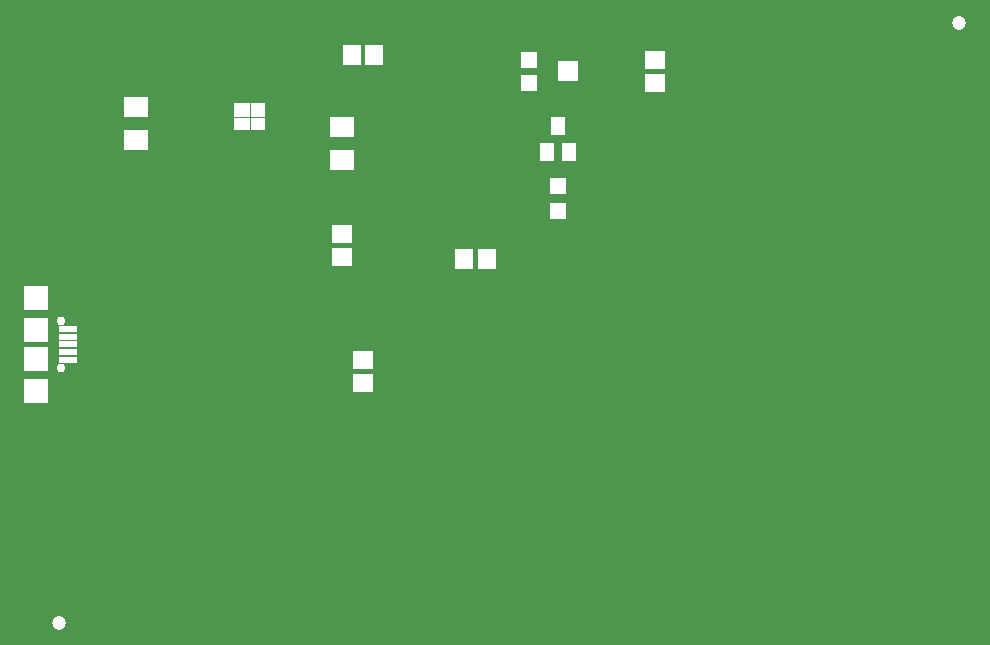
<source format=gts>
G04 EAGLE Gerber RS-274X export*
G75*
%MOMM*%
%FSLAX34Y34*%
%LPD*%
%INSoldermask Top*%
%IPNEG*%
%AMOC8*
5,1,8,0,0,1.08239X$1,22.5*%
G01*
%ADD10C,1.203200*%
%ADD11R,1.153200X1.053200*%
%ADD12R,1.353200X1.053200*%
%ADD13R,1.353200X1.173200*%
%ADD14R,1.153200X1.173200*%
%ADD15R,1.503200X1.703200*%
%ADD16R,1.403200X1.403200*%
%ADD17R,1.703200X1.803200*%
%ADD18R,1.549400X0.584200*%
%ADD19R,2.103200X2.103200*%
%ADD20C,0.753200*%
%ADD21R,2.003200X1.803200*%
%ADD22R,1.203200X1.603200*%
%ADD23R,1.703200X1.503200*%
%ADD24R,2.006200X1.803200*%


D10*
X35000Y35000D03*
X797000Y543000D03*
D11*
X202830Y457250D03*
D12*
X189330Y457250D03*
D13*
X189330Y469250D03*
D14*
X202830Y469250D03*
D15*
X396850Y342900D03*
X377850Y342900D03*
D16*
X432850Y511650D03*
X432850Y491650D03*
D17*
X465350Y501650D03*
D18*
X41990Y283510D03*
X41990Y277010D03*
X41990Y270510D03*
X41990Y264010D03*
X41990Y257510D03*
D19*
X15240Y310010D03*
X15240Y282510D03*
X15240Y258510D03*
X15240Y231010D03*
D20*
X36740Y290510D03*
X36740Y250510D03*
D21*
X100330Y443200D03*
X100330Y471200D03*
D22*
X457200Y455500D03*
X466700Y433500D03*
X447700Y433500D03*
D16*
X457200Y404200D03*
X457200Y383200D03*
D23*
X292100Y238150D03*
X292100Y257150D03*
X274320Y363830D03*
X274320Y344830D03*
D15*
X282600Y515620D03*
X301600Y515620D03*
D23*
X539750Y492150D03*
X539750Y511150D03*
D24*
X274320Y454910D03*
X274320Y426470D03*
M02*

</source>
